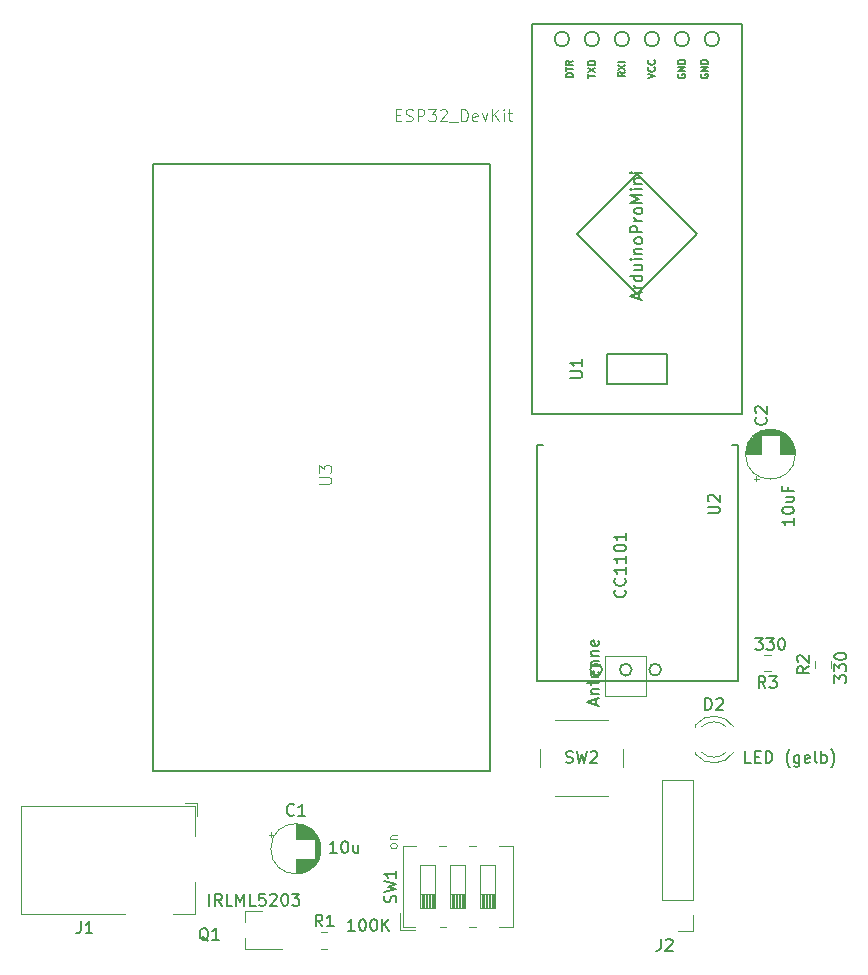
<source format=gbr>
G04 #@! TF.GenerationSoftware,KiCad,Pcbnew,(5.0.2)-1*
G04 #@! TF.CreationDate,2019-09-26T18:13:48+02:00*
G04 #@! TF.ProjectId,AskSinAnalyzer,41736b53-696e-4416-9e61-6c797a65722e,V2.0.1*
G04 #@! TF.SameCoordinates,Original*
G04 #@! TF.FileFunction,Legend,Top*
G04 #@! TF.FilePolarity,Positive*
%FSLAX46Y46*%
G04 Gerber Fmt 4.6, Leading zero omitted, Abs format (unit mm)*
G04 Created by KiCad (PCBNEW (5.0.2)-1) date 26.09.2019 18:13:48*
%MOMM*%
%LPD*%
G01*
G04 APERTURE LIST*
%ADD10C,0.127000*%
%ADD11C,0.120000*%
%ADD12C,0.150000*%
%ADD13C,0.050000*%
G04 APERTURE END LIST*
D10*
G04 #@! TO.C,U3*
X150240000Y-62740000D02*
X150240000Y-114140000D01*
X150240000Y-114140000D02*
X121740000Y-114140000D01*
X121740000Y-114140000D02*
X121740000Y-62740000D01*
X121740000Y-62740000D02*
X150240000Y-62740000D01*
D11*
G04 #@! TO.C,Antenne*
X160022000Y-107821000D02*
X160022000Y-104421000D01*
X163422000Y-107821000D02*
X160022000Y-107821000D01*
X163422000Y-104421000D02*
X163422000Y-107821000D01*
X160022000Y-104421000D02*
X163422000Y-104421000D01*
G04 #@! TO.C,C1*
X135928000Y-120752000D02*
G75*
G03X135928000Y-120752000I-2120000J0D01*
G01*
X133808000Y-121592000D02*
X133808000Y-122832000D01*
X133808000Y-118672000D02*
X133808000Y-119912000D01*
X133848000Y-121592000D02*
X133848000Y-122832000D01*
X133848000Y-118672000D02*
X133848000Y-119912000D01*
X133888000Y-121592000D02*
X133888000Y-122831000D01*
X133888000Y-118673000D02*
X133888000Y-119912000D01*
X133928000Y-118675000D02*
X133928000Y-119912000D01*
X133928000Y-121592000D02*
X133928000Y-122829000D01*
X133968000Y-118678000D02*
X133968000Y-119912000D01*
X133968000Y-121592000D02*
X133968000Y-122826000D01*
X134008000Y-118681000D02*
X134008000Y-119912000D01*
X134008000Y-121592000D02*
X134008000Y-122823000D01*
X134048000Y-118685000D02*
X134048000Y-119912000D01*
X134048000Y-121592000D02*
X134048000Y-122819000D01*
X134088000Y-118690000D02*
X134088000Y-119912000D01*
X134088000Y-121592000D02*
X134088000Y-122814000D01*
X134128000Y-118696000D02*
X134128000Y-119912000D01*
X134128000Y-121592000D02*
X134128000Y-122808000D01*
X134168000Y-118702000D02*
X134168000Y-119912000D01*
X134168000Y-121592000D02*
X134168000Y-122802000D01*
X134208000Y-118710000D02*
X134208000Y-119912000D01*
X134208000Y-121592000D02*
X134208000Y-122794000D01*
X134248000Y-118718000D02*
X134248000Y-119912000D01*
X134248000Y-121592000D02*
X134248000Y-122786000D01*
X134288000Y-118727000D02*
X134288000Y-119912000D01*
X134288000Y-121592000D02*
X134288000Y-122777000D01*
X134328000Y-118736000D02*
X134328000Y-119912000D01*
X134328000Y-121592000D02*
X134328000Y-122768000D01*
X134368000Y-118747000D02*
X134368000Y-119912000D01*
X134368000Y-121592000D02*
X134368000Y-122757000D01*
X134408000Y-118758000D02*
X134408000Y-119912000D01*
X134408000Y-121592000D02*
X134408000Y-122746000D01*
X134448000Y-118770000D02*
X134448000Y-119912000D01*
X134448000Y-121592000D02*
X134448000Y-122734000D01*
X134488000Y-118784000D02*
X134488000Y-119912000D01*
X134488000Y-121592000D02*
X134488000Y-122720000D01*
X134529000Y-118798000D02*
X134529000Y-119912000D01*
X134529000Y-121592000D02*
X134529000Y-122706000D01*
X134569000Y-118812000D02*
X134569000Y-119912000D01*
X134569000Y-121592000D02*
X134569000Y-122692000D01*
X134609000Y-118828000D02*
X134609000Y-119912000D01*
X134609000Y-121592000D02*
X134609000Y-122676000D01*
X134649000Y-118845000D02*
X134649000Y-119912000D01*
X134649000Y-121592000D02*
X134649000Y-122659000D01*
X134689000Y-118863000D02*
X134689000Y-119912000D01*
X134689000Y-121592000D02*
X134689000Y-122641000D01*
X134729000Y-118882000D02*
X134729000Y-119912000D01*
X134729000Y-121592000D02*
X134729000Y-122622000D01*
X134769000Y-118901000D02*
X134769000Y-119912000D01*
X134769000Y-121592000D02*
X134769000Y-122603000D01*
X134809000Y-118922000D02*
X134809000Y-119912000D01*
X134809000Y-121592000D02*
X134809000Y-122582000D01*
X134849000Y-118944000D02*
X134849000Y-119912000D01*
X134849000Y-121592000D02*
X134849000Y-122560000D01*
X134889000Y-118967000D02*
X134889000Y-119912000D01*
X134889000Y-121592000D02*
X134889000Y-122537000D01*
X134929000Y-118992000D02*
X134929000Y-119912000D01*
X134929000Y-121592000D02*
X134929000Y-122512000D01*
X134969000Y-119017000D02*
X134969000Y-119912000D01*
X134969000Y-121592000D02*
X134969000Y-122487000D01*
X135009000Y-119044000D02*
X135009000Y-119912000D01*
X135009000Y-121592000D02*
X135009000Y-122460000D01*
X135049000Y-119072000D02*
X135049000Y-119912000D01*
X135049000Y-121592000D02*
X135049000Y-122432000D01*
X135089000Y-119102000D02*
X135089000Y-119912000D01*
X135089000Y-121592000D02*
X135089000Y-122402000D01*
X135129000Y-119133000D02*
X135129000Y-119912000D01*
X135129000Y-121592000D02*
X135129000Y-122371000D01*
X135169000Y-119165000D02*
X135169000Y-119912000D01*
X135169000Y-121592000D02*
X135169000Y-122339000D01*
X135209000Y-119200000D02*
X135209000Y-119912000D01*
X135209000Y-121592000D02*
X135209000Y-122304000D01*
X135249000Y-119236000D02*
X135249000Y-119912000D01*
X135249000Y-121592000D02*
X135249000Y-122268000D01*
X135289000Y-119274000D02*
X135289000Y-119912000D01*
X135289000Y-121592000D02*
X135289000Y-122230000D01*
X135329000Y-119314000D02*
X135329000Y-119912000D01*
X135329000Y-121592000D02*
X135329000Y-122190000D01*
X135369000Y-119356000D02*
X135369000Y-119912000D01*
X135369000Y-121592000D02*
X135369000Y-122148000D01*
X135409000Y-119401000D02*
X135409000Y-122103000D01*
X135449000Y-119448000D02*
X135449000Y-122056000D01*
X135489000Y-119498000D02*
X135489000Y-122006000D01*
X135529000Y-119552000D02*
X135529000Y-121952000D01*
X135569000Y-119610000D02*
X135569000Y-121894000D01*
X135609000Y-119672000D02*
X135609000Y-121832000D01*
X135649000Y-119739000D02*
X135649000Y-121765000D01*
X135689000Y-119812000D02*
X135689000Y-121692000D01*
X135729000Y-119893000D02*
X135729000Y-121611000D01*
X135769000Y-119984000D02*
X135769000Y-121520000D01*
X135809000Y-120088000D02*
X135809000Y-121416000D01*
X135849000Y-120215000D02*
X135849000Y-121289000D01*
X135889000Y-120382000D02*
X135889000Y-121122000D01*
X131538199Y-119557000D02*
X131938199Y-119557000D01*
X131738199Y-119357000D02*
X131738199Y-119757000D01*
G04 #@! TO.C,C2*
X172595000Y-89407001D02*
X172995000Y-89407001D01*
X172795000Y-89607001D02*
X172795000Y-89207001D01*
X173620000Y-85256200D02*
X174360000Y-85256200D01*
X173453000Y-85296200D02*
X174527000Y-85296200D01*
X173326000Y-85336200D02*
X174654000Y-85336200D01*
X173222000Y-85376200D02*
X174758000Y-85376200D01*
X173131000Y-85416200D02*
X174849000Y-85416200D01*
X173050000Y-85456200D02*
X174930000Y-85456200D01*
X172977000Y-85496200D02*
X175003000Y-85496200D01*
X172910000Y-85536200D02*
X175070000Y-85536200D01*
X172848000Y-85576200D02*
X175132000Y-85576200D01*
X172790000Y-85616200D02*
X175190000Y-85616200D01*
X172736000Y-85656200D02*
X175244000Y-85656200D01*
X172686000Y-85696200D02*
X175294000Y-85696200D01*
X172639000Y-85736200D02*
X175341000Y-85736200D01*
X174830000Y-85776200D02*
X175386000Y-85776200D01*
X172594000Y-85776200D02*
X173150000Y-85776200D01*
X174830000Y-85816200D02*
X175428000Y-85816200D01*
X172552000Y-85816200D02*
X173150000Y-85816200D01*
X174830000Y-85856200D02*
X175468000Y-85856200D01*
X172512000Y-85856200D02*
X173150000Y-85856200D01*
X174830000Y-85896200D02*
X175506000Y-85896200D01*
X172474000Y-85896200D02*
X173150000Y-85896200D01*
X174830000Y-85936200D02*
X175542000Y-85936200D01*
X172438000Y-85936200D02*
X173150000Y-85936200D01*
X174830000Y-85976200D02*
X175577000Y-85976200D01*
X172403000Y-85976200D02*
X173150000Y-85976200D01*
X174830000Y-86016200D02*
X175609000Y-86016200D01*
X172371000Y-86016200D02*
X173150000Y-86016200D01*
X174830000Y-86056200D02*
X175640000Y-86056200D01*
X172340000Y-86056200D02*
X173150000Y-86056200D01*
X174830000Y-86096200D02*
X175670000Y-86096200D01*
X172310000Y-86096200D02*
X173150000Y-86096200D01*
X174830000Y-86136200D02*
X175698000Y-86136200D01*
X172282000Y-86136200D02*
X173150000Y-86136200D01*
X174830000Y-86176200D02*
X175725000Y-86176200D01*
X172255000Y-86176200D02*
X173150000Y-86176200D01*
X174830000Y-86216200D02*
X175750000Y-86216200D01*
X172230000Y-86216200D02*
X173150000Y-86216200D01*
X174830000Y-86256200D02*
X175775000Y-86256200D01*
X172205000Y-86256200D02*
X173150000Y-86256200D01*
X174830000Y-86296200D02*
X175798000Y-86296200D01*
X172182000Y-86296200D02*
X173150000Y-86296200D01*
X174830000Y-86336200D02*
X175820000Y-86336200D01*
X172160000Y-86336200D02*
X173150000Y-86336200D01*
X174830000Y-86376200D02*
X175841000Y-86376200D01*
X172139000Y-86376200D02*
X173150000Y-86376200D01*
X174830000Y-86416200D02*
X175860000Y-86416200D01*
X172120000Y-86416200D02*
X173150000Y-86416200D01*
X174830000Y-86456200D02*
X175879000Y-86456200D01*
X172101000Y-86456200D02*
X173150000Y-86456200D01*
X174830000Y-86496200D02*
X175897000Y-86496200D01*
X172083000Y-86496200D02*
X173150000Y-86496200D01*
X174830000Y-86536200D02*
X175914000Y-86536200D01*
X172066000Y-86536200D02*
X173150000Y-86536200D01*
X174830000Y-86576200D02*
X175930000Y-86576200D01*
X172050000Y-86576200D02*
X173150000Y-86576200D01*
X174830000Y-86616200D02*
X175944000Y-86616200D01*
X172036000Y-86616200D02*
X173150000Y-86616200D01*
X174830000Y-86657200D02*
X175958000Y-86657200D01*
X172022000Y-86657200D02*
X173150000Y-86657200D01*
X174830000Y-86697200D02*
X175972000Y-86697200D01*
X172008000Y-86697200D02*
X173150000Y-86697200D01*
X174830000Y-86737200D02*
X175984000Y-86737200D01*
X171996000Y-86737200D02*
X173150000Y-86737200D01*
X174830000Y-86777200D02*
X175995000Y-86777200D01*
X171985000Y-86777200D02*
X173150000Y-86777200D01*
X174830000Y-86817200D02*
X176006000Y-86817200D01*
X171974000Y-86817200D02*
X173150000Y-86817200D01*
X174830000Y-86857200D02*
X176015000Y-86857200D01*
X171965000Y-86857200D02*
X173150000Y-86857200D01*
X174830000Y-86897200D02*
X176024000Y-86897200D01*
X171956000Y-86897200D02*
X173150000Y-86897200D01*
X174830000Y-86937200D02*
X176032000Y-86937200D01*
X171948000Y-86937200D02*
X173150000Y-86937200D01*
X174830000Y-86977200D02*
X176040000Y-86977200D01*
X171940000Y-86977200D02*
X173150000Y-86977200D01*
X174830000Y-87017200D02*
X176046000Y-87017200D01*
X171934000Y-87017200D02*
X173150000Y-87017200D01*
X174830000Y-87057200D02*
X176052000Y-87057200D01*
X171928000Y-87057200D02*
X173150000Y-87057200D01*
X174830000Y-87097200D02*
X176057000Y-87097200D01*
X171923000Y-87097200D02*
X173150000Y-87097200D01*
X174830000Y-87137200D02*
X176061000Y-87137200D01*
X171919000Y-87137200D02*
X173150000Y-87137200D01*
X174830000Y-87177200D02*
X176064000Y-87177200D01*
X171916000Y-87177200D02*
X173150000Y-87177200D01*
X174830000Y-87217200D02*
X176067000Y-87217200D01*
X171913000Y-87217200D02*
X173150000Y-87217200D01*
X171911000Y-87257200D02*
X173150000Y-87257200D01*
X174830000Y-87257200D02*
X176069000Y-87257200D01*
X171910000Y-87297200D02*
X173150000Y-87297200D01*
X174830000Y-87297200D02*
X176070000Y-87297200D01*
X171910000Y-87337200D02*
X173150000Y-87337200D01*
X174830000Y-87337200D02*
X176070000Y-87337200D01*
X176110000Y-87337200D02*
G75*
G03X176110000Y-87337200I-2120000J0D01*
G01*
G04 #@! TO.C,D2*
X167642000Y-112586000D02*
X167642000Y-112742000D01*
X167642000Y-110270000D02*
X167642000Y-110426000D01*
X170243130Y-112585837D02*
G75*
G02X168161039Y-112586000I-1041130J1079837D01*
G01*
X170243130Y-110426163D02*
G75*
G03X168161039Y-110426000I-1041130J-1079837D01*
G01*
X170874335Y-112584608D02*
G75*
G02X167642000Y-112741516I-1672335J1078608D01*
G01*
X170874335Y-110427392D02*
G75*
G03X167642000Y-110270484I-1672335J-1078608D01*
G01*
G04 #@! TO.C,J1*
X125471000Y-117954000D02*
X125471000Y-116904000D01*
X124421000Y-116904000D02*
X125471000Y-116904000D01*
X119371000Y-126304000D02*
X110571000Y-126304000D01*
X110571000Y-126304000D02*
X110571000Y-117104000D01*
X125271000Y-123604000D02*
X125271000Y-126304000D01*
X125271000Y-126304000D02*
X123371000Y-126304000D01*
X110571000Y-117104000D02*
X125271000Y-117104000D01*
X125271000Y-117104000D02*
X125271000Y-119704000D01*
G04 #@! TO.C,Q1*
X129517000Y-126042000D02*
X129517000Y-126972000D01*
X129517000Y-129202000D02*
X129517000Y-128272000D01*
X129517000Y-129202000D02*
X132677000Y-129202000D01*
X129517000Y-126042000D02*
X130977000Y-126042000D01*
G04 #@! TO.C,R1*
X135958748Y-127814000D02*
X136481252Y-127814000D01*
X135958748Y-129234000D02*
X136481252Y-129234000D01*
G04 #@! TO.C,R2*
X177725000Y-104894748D02*
X177725000Y-105417252D01*
X179145000Y-104894748D02*
X179145000Y-105417252D01*
G04 #@! TO.C,R3*
X173997252Y-105739000D02*
X173474748Y-105739000D01*
X173997252Y-104319000D02*
X173474748Y-104319000D01*
G04 #@! TO.C,SW1*
X142860000Y-127362000D02*
X142860000Y-120541000D01*
X152160000Y-127362000D02*
X152160000Y-120541000D01*
X142860000Y-127362000D02*
X143930000Y-127362000D01*
X146010000Y-127362000D02*
X146521000Y-127362000D01*
X148500000Y-127362000D02*
X149061000Y-127362000D01*
X151040000Y-127362000D02*
X152160000Y-127362000D01*
X151040000Y-120541000D02*
X152160000Y-120541000D01*
X148500000Y-120541000D02*
X149061000Y-120541000D01*
X142860000Y-120541000D02*
X143980000Y-120541000D01*
X145960000Y-120541000D02*
X146521000Y-120541000D01*
X142620000Y-127602000D02*
X142620000Y-126219000D01*
X142620000Y-127602000D02*
X143930000Y-127602000D01*
X144335000Y-125762000D02*
X145605000Y-125762000D01*
X145605000Y-125762000D02*
X145605000Y-122142000D01*
X145605000Y-122142000D02*
X144335000Y-122142000D01*
X144335000Y-122142000D02*
X144335000Y-125762000D01*
X144455000Y-125762000D02*
X144455000Y-124555333D01*
X144575000Y-125762000D02*
X144575000Y-124555333D01*
X144695000Y-125762000D02*
X144695000Y-124555333D01*
X144815000Y-125762000D02*
X144815000Y-124555333D01*
X144935000Y-125762000D02*
X144935000Y-124555333D01*
X145055000Y-125762000D02*
X145055000Y-124555333D01*
X145175000Y-125762000D02*
X145175000Y-124555333D01*
X145295000Y-125762000D02*
X145295000Y-124555333D01*
X145415000Y-125762000D02*
X145415000Y-124555333D01*
X145535000Y-125762000D02*
X145535000Y-124555333D01*
X144335000Y-124555333D02*
X145605000Y-124555333D01*
X146875000Y-125762000D02*
X148145000Y-125762000D01*
X148145000Y-125762000D02*
X148145000Y-122142000D01*
X148145000Y-122142000D02*
X146875000Y-122142000D01*
X146875000Y-122142000D02*
X146875000Y-125762000D01*
X146995000Y-125762000D02*
X146995000Y-124555333D01*
X147115000Y-125762000D02*
X147115000Y-124555333D01*
X147235000Y-125762000D02*
X147235000Y-124555333D01*
X147355000Y-125762000D02*
X147355000Y-124555333D01*
X147475000Y-125762000D02*
X147475000Y-124555333D01*
X147595000Y-125762000D02*
X147595000Y-124555333D01*
X147715000Y-125762000D02*
X147715000Y-124555333D01*
X147835000Y-125762000D02*
X147835000Y-124555333D01*
X147955000Y-125762000D02*
X147955000Y-124555333D01*
X148075000Y-125762000D02*
X148075000Y-124555333D01*
X146875000Y-124555333D02*
X148145000Y-124555333D01*
X149415000Y-125762000D02*
X150685000Y-125762000D01*
X150685000Y-125762000D02*
X150685000Y-122142000D01*
X150685000Y-122142000D02*
X149415000Y-122142000D01*
X149415000Y-122142000D02*
X149415000Y-125762000D01*
X149535000Y-125762000D02*
X149535000Y-124555333D01*
X149655000Y-125762000D02*
X149655000Y-124555333D01*
X149775000Y-125762000D02*
X149775000Y-124555333D01*
X149895000Y-125762000D02*
X149895000Y-124555333D01*
X150015000Y-125762000D02*
X150015000Y-124555333D01*
X150135000Y-125762000D02*
X150135000Y-124555333D01*
X150255000Y-125762000D02*
X150255000Y-124555333D01*
X150375000Y-125762000D02*
X150375000Y-124555333D01*
X150495000Y-125762000D02*
X150495000Y-124555333D01*
X150615000Y-125762000D02*
X150615000Y-124555333D01*
X149415000Y-124555333D02*
X150685000Y-124555333D01*
G04 #@! TO.C,SW2*
X155762000Y-116320000D02*
X160262000Y-116320000D01*
X154512000Y-112320000D02*
X154512000Y-113820000D01*
X160262000Y-109820000D02*
X155762000Y-109820000D01*
X161512000Y-113820000D02*
X161512000Y-112320000D01*
D12*
G04 #@! TO.C,U1*
X169672000Y-52197000D02*
G75*
G03X169672000Y-52197000I-635000J0D01*
G01*
X167132000Y-52197000D02*
G75*
G03X167132000Y-52197000I-635000J0D01*
G01*
X164592000Y-52197000D02*
G75*
G03X164592000Y-52197000I-635000J0D01*
G01*
X162052000Y-52197000D02*
G75*
G03X162052000Y-52197000I-635000J0D01*
G01*
X159512000Y-52197000D02*
G75*
G03X159512000Y-52197000I-635000J0D01*
G01*
X156972000Y-52197000D02*
G75*
G03X156972000Y-52197000I-635000J0D01*
G01*
X160147000Y-81407000D02*
X165227000Y-81407000D01*
X165227000Y-81407000D02*
X165227000Y-78867000D01*
X165227000Y-78867000D02*
X160147000Y-78867000D01*
X160147000Y-78867000D02*
X160147000Y-81407000D01*
X167767000Y-68707000D02*
X162687000Y-63627000D01*
X162687000Y-63627000D02*
X157607000Y-68707000D01*
X157607000Y-68707000D02*
X162687000Y-73787000D01*
X162687000Y-73787000D02*
X167767000Y-68707000D01*
X171577000Y-83947000D02*
X171577000Y-50927000D01*
X171577000Y-50927000D02*
X153797000Y-50927000D01*
X153797000Y-50927000D02*
X153797000Y-83947000D01*
X153797000Y-83947000D02*
X171577000Y-83947000D01*
G04 #@! TO.C,U2*
X154234000Y-86590000D02*
X154734000Y-86590000D01*
X171234000Y-86590000D02*
X170734000Y-86590000D01*
X159734000Y-105590000D02*
G75*
G03X159734000Y-105590000I-500000J0D01*
G01*
X164734000Y-105590000D02*
G75*
G03X164734000Y-105590000I-500000J0D01*
G01*
X162234000Y-105590000D02*
G75*
G03X162234000Y-105590000I-500000J0D01*
G01*
X171234000Y-86590000D02*
X171234000Y-106590000D01*
X171234000Y-106590000D02*
X154234000Y-106590000D01*
X154234000Y-106590000D02*
X154234000Y-86590000D01*
D11*
G04 #@! TO.C,J2*
X167467000Y-114909000D02*
X164807000Y-114909000D01*
X167467000Y-125129000D02*
X167467000Y-114909000D01*
X164807000Y-125129000D02*
X164807000Y-114909000D01*
X167467000Y-125129000D02*
X164807000Y-125129000D01*
X167467000Y-126399000D02*
X167467000Y-127729000D01*
X167467000Y-127729000D02*
X166137000Y-127729000D01*
G04 #@! TO.C,U3*
D13*
X135792167Y-89852201D02*
X136602006Y-89852201D01*
X136697282Y-89804564D01*
X136744919Y-89756926D01*
X136792557Y-89661651D01*
X136792557Y-89471100D01*
X136744919Y-89375825D01*
X136697282Y-89328188D01*
X136602006Y-89280550D01*
X135792167Y-89280550D01*
X135792167Y-88899449D02*
X135792167Y-88280160D01*
X136173268Y-88613623D01*
X136173268Y-88470710D01*
X136220905Y-88375435D01*
X136268543Y-88327798D01*
X136363818Y-88280160D01*
X136602006Y-88280160D01*
X136697282Y-88327798D01*
X136744919Y-88375435D01*
X136792557Y-88470710D01*
X136792557Y-88756536D01*
X136744919Y-88851811D01*
X136697282Y-88899449D01*
X142264057Y-58623996D02*
X142597740Y-58623996D01*
X142740747Y-59148355D02*
X142264057Y-59148355D01*
X142264057Y-58147305D01*
X142740747Y-58147305D01*
X143122100Y-59100686D02*
X143265107Y-59148355D01*
X143503452Y-59148355D01*
X143598790Y-59100686D01*
X143646459Y-59053017D01*
X143694128Y-58957679D01*
X143694128Y-58862341D01*
X143646459Y-58767003D01*
X143598790Y-58719334D01*
X143503452Y-58671665D01*
X143312776Y-58623996D01*
X143217438Y-58576327D01*
X143169769Y-58528658D01*
X143122100Y-58433320D01*
X143122100Y-58337982D01*
X143169769Y-58242644D01*
X143217438Y-58194975D01*
X143312776Y-58147305D01*
X143551121Y-58147305D01*
X143694128Y-58194975D01*
X144123150Y-59148355D02*
X144123150Y-58147305D01*
X144504502Y-58147305D01*
X144599840Y-58194975D01*
X144647509Y-58242644D01*
X144695178Y-58337982D01*
X144695178Y-58480989D01*
X144647509Y-58576327D01*
X144599840Y-58623996D01*
X144504502Y-58671665D01*
X144123150Y-58671665D01*
X145028861Y-58147305D02*
X145648559Y-58147305D01*
X145314876Y-58528658D01*
X145457883Y-58528658D01*
X145553221Y-58576327D01*
X145600890Y-58623996D01*
X145648559Y-58719334D01*
X145648559Y-58957679D01*
X145600890Y-59053017D01*
X145553221Y-59100686D01*
X145457883Y-59148355D01*
X145171869Y-59148355D01*
X145076530Y-59100686D01*
X145028861Y-59053017D01*
X146029911Y-58242644D02*
X146077580Y-58194975D01*
X146172919Y-58147305D01*
X146411264Y-58147305D01*
X146506602Y-58194975D01*
X146554271Y-58242644D01*
X146601940Y-58337982D01*
X146601940Y-58433320D01*
X146554271Y-58576327D01*
X145982242Y-59148355D01*
X146601940Y-59148355D01*
X146792616Y-59243694D02*
X147555321Y-59243694D01*
X147793666Y-59148355D02*
X147793666Y-58147305D01*
X148032011Y-58147305D01*
X148175019Y-58194975D01*
X148270357Y-58290313D01*
X148318026Y-58385651D01*
X148365695Y-58576327D01*
X148365695Y-58719334D01*
X148318026Y-58910010D01*
X148270357Y-59005348D01*
X148175019Y-59100686D01*
X148032011Y-59148355D01*
X147793666Y-59148355D01*
X149176069Y-59100686D02*
X149080730Y-59148355D01*
X148890054Y-59148355D01*
X148794716Y-59100686D01*
X148747047Y-59005348D01*
X148747047Y-58623996D01*
X148794716Y-58528658D01*
X148890054Y-58480989D01*
X149080730Y-58480989D01*
X149176069Y-58528658D01*
X149223738Y-58623996D01*
X149223738Y-58719334D01*
X148747047Y-58814672D01*
X149557421Y-58480989D02*
X149795766Y-59148355D01*
X150034111Y-58480989D01*
X150415464Y-59148355D02*
X150415464Y-58147305D01*
X150987492Y-59148355D02*
X150558471Y-58576327D01*
X150987492Y-58147305D02*
X150415464Y-58719334D01*
X151416514Y-59148355D02*
X151416514Y-58480989D01*
X151416514Y-58147305D02*
X151368845Y-58194975D01*
X151416514Y-58242644D01*
X151464183Y-58194975D01*
X151416514Y-58147305D01*
X151416514Y-58242644D01*
X151750197Y-58480989D02*
X152131550Y-58480989D01*
X151893204Y-58147305D02*
X151893204Y-59005348D01*
X151940873Y-59100686D01*
X152036211Y-59148355D01*
X152131550Y-59148355D01*
G04 #@! TO.C,Antenne*
D12*
X159183566Y-108554295D02*
X159183566Y-108078104D01*
X159469280Y-108649533D02*
X158469280Y-108316200D01*
X159469280Y-107982866D01*
X158802614Y-107649533D02*
X159469280Y-107649533D01*
X158897852Y-107649533D02*
X158850233Y-107601914D01*
X158802614Y-107506676D01*
X158802614Y-107363819D01*
X158850233Y-107268580D01*
X158945471Y-107220961D01*
X159469280Y-107220961D01*
X158802614Y-106887628D02*
X158802614Y-106506676D01*
X158469280Y-106744771D02*
X159326423Y-106744771D01*
X159421661Y-106697152D01*
X159469280Y-106601914D01*
X159469280Y-106506676D01*
X159421661Y-105792390D02*
X159469280Y-105887628D01*
X159469280Y-106078104D01*
X159421661Y-106173342D01*
X159326423Y-106220961D01*
X158945471Y-106220961D01*
X158850233Y-106173342D01*
X158802614Y-106078104D01*
X158802614Y-105887628D01*
X158850233Y-105792390D01*
X158945471Y-105744771D01*
X159040709Y-105744771D01*
X159135947Y-106220961D01*
X158802614Y-105316200D02*
X159469280Y-105316200D01*
X158897852Y-105316200D02*
X158850233Y-105268580D01*
X158802614Y-105173342D01*
X158802614Y-105030485D01*
X158850233Y-104935247D01*
X158945471Y-104887628D01*
X159469280Y-104887628D01*
X158802614Y-104411438D02*
X159469280Y-104411438D01*
X158897852Y-104411438D02*
X158850233Y-104363819D01*
X158802614Y-104268580D01*
X158802614Y-104125723D01*
X158850233Y-104030485D01*
X158945471Y-103982866D01*
X159469280Y-103982866D01*
X159421661Y-103125723D02*
X159469280Y-103220961D01*
X159469280Y-103411438D01*
X159421661Y-103506676D01*
X159326423Y-103554295D01*
X158945471Y-103554295D01*
X158850233Y-103506676D01*
X158802614Y-103411438D01*
X158802614Y-103220961D01*
X158850233Y-103125723D01*
X158945471Y-103078104D01*
X159040709Y-103078104D01*
X159135947Y-103554295D01*
G04 #@! TO.C,C1*
X133641333Y-117859142D02*
X133593714Y-117906761D01*
X133450857Y-117954380D01*
X133355619Y-117954380D01*
X133212761Y-117906761D01*
X133117523Y-117811523D01*
X133069904Y-117716285D01*
X133022285Y-117525809D01*
X133022285Y-117382952D01*
X133069904Y-117192476D01*
X133117523Y-117097238D01*
X133212761Y-117002000D01*
X133355619Y-116954380D01*
X133450857Y-116954380D01*
X133593714Y-117002000D01*
X133641333Y-117049619D01*
X134593714Y-117954380D02*
X134022285Y-117954380D01*
X134308000Y-117954380D02*
X134308000Y-116954380D01*
X134212761Y-117097238D01*
X134117523Y-117192476D01*
X134022285Y-117240095D01*
X137279142Y-121102380D02*
X136707714Y-121102380D01*
X136993428Y-121102380D02*
X136993428Y-120102380D01*
X136898190Y-120245238D01*
X136802952Y-120340476D01*
X136707714Y-120388095D01*
X137898190Y-120102380D02*
X137993428Y-120102380D01*
X138088666Y-120150000D01*
X138136285Y-120197619D01*
X138183904Y-120292857D01*
X138231523Y-120483333D01*
X138231523Y-120721428D01*
X138183904Y-120911904D01*
X138136285Y-121007142D01*
X138088666Y-121054761D01*
X137993428Y-121102380D01*
X137898190Y-121102380D01*
X137802952Y-121054761D01*
X137755333Y-121007142D01*
X137707714Y-120911904D01*
X137660095Y-120721428D01*
X137660095Y-120483333D01*
X137707714Y-120292857D01*
X137755333Y-120197619D01*
X137802952Y-120150000D01*
X137898190Y-120102380D01*
X139088666Y-120435714D02*
X139088666Y-121102380D01*
X138660095Y-120435714D02*
X138660095Y-120959523D01*
X138707714Y-121054761D01*
X138802952Y-121102380D01*
X138945809Y-121102380D01*
X139041047Y-121054761D01*
X139088666Y-121007142D01*
G04 #@! TO.C,C2*
X173585142Y-84240666D02*
X173632761Y-84288285D01*
X173680380Y-84431142D01*
X173680380Y-84526380D01*
X173632761Y-84669238D01*
X173537523Y-84764476D01*
X173442285Y-84812095D01*
X173251809Y-84859714D01*
X173108952Y-84859714D01*
X172918476Y-84812095D01*
X172823238Y-84764476D01*
X172728000Y-84669238D01*
X172680380Y-84526380D01*
X172680380Y-84431142D01*
X172728000Y-84288285D01*
X172775619Y-84240666D01*
X172775619Y-83859714D02*
X172728000Y-83812095D01*
X172680380Y-83716857D01*
X172680380Y-83478761D01*
X172728000Y-83383523D01*
X172775619Y-83335904D01*
X172870857Y-83288285D01*
X172966095Y-83288285D01*
X173108952Y-83335904D01*
X173680380Y-83907333D01*
X173680380Y-83288285D01*
X175966380Y-92765428D02*
X175966380Y-93336857D01*
X175966380Y-93051142D02*
X174966380Y-93051142D01*
X175109238Y-93146380D01*
X175204476Y-93241619D01*
X175252095Y-93336857D01*
X174966380Y-92146380D02*
X174966380Y-92051142D01*
X175014000Y-91955904D01*
X175061619Y-91908285D01*
X175156857Y-91860666D01*
X175347333Y-91813047D01*
X175585428Y-91813047D01*
X175775904Y-91860666D01*
X175871142Y-91908285D01*
X175918761Y-91955904D01*
X175966380Y-92051142D01*
X175966380Y-92146380D01*
X175918761Y-92241619D01*
X175871142Y-92289238D01*
X175775904Y-92336857D01*
X175585428Y-92384476D01*
X175347333Y-92384476D01*
X175156857Y-92336857D01*
X175061619Y-92289238D01*
X175014000Y-92241619D01*
X174966380Y-92146380D01*
X175299714Y-90955904D02*
X175966380Y-90955904D01*
X175299714Y-91384476D02*
X175823523Y-91384476D01*
X175918761Y-91336857D01*
X175966380Y-91241619D01*
X175966380Y-91098761D01*
X175918761Y-91003523D01*
X175871142Y-90955904D01*
X175442571Y-90146380D02*
X175442571Y-90479714D01*
X175966380Y-90479714D02*
X174966380Y-90479714D01*
X174966380Y-90003523D01*
G04 #@! TO.C,D2*
X168463904Y-108998380D02*
X168463904Y-107998380D01*
X168702000Y-107998380D01*
X168844857Y-108046000D01*
X168940095Y-108141238D01*
X168987714Y-108236476D01*
X169035333Y-108426952D01*
X169035333Y-108569809D01*
X168987714Y-108760285D01*
X168940095Y-108855523D01*
X168844857Y-108950761D01*
X168702000Y-108998380D01*
X168463904Y-108998380D01*
X169416285Y-108093619D02*
X169463904Y-108046000D01*
X169559142Y-107998380D01*
X169797238Y-107998380D01*
X169892476Y-108046000D01*
X169940095Y-108093619D01*
X169987714Y-108188857D01*
X169987714Y-108284095D01*
X169940095Y-108426952D01*
X169368666Y-108998380D01*
X169987714Y-108998380D01*
X172355285Y-113482380D02*
X171879095Y-113482380D01*
X171879095Y-112482380D01*
X172688619Y-112958571D02*
X173021952Y-112958571D01*
X173164809Y-113482380D02*
X172688619Y-113482380D01*
X172688619Y-112482380D01*
X173164809Y-112482380D01*
X173593380Y-113482380D02*
X173593380Y-112482380D01*
X173831476Y-112482380D01*
X173974333Y-112530000D01*
X174069571Y-112625238D01*
X174117190Y-112720476D01*
X174164809Y-112910952D01*
X174164809Y-113053809D01*
X174117190Y-113244285D01*
X174069571Y-113339523D01*
X173974333Y-113434761D01*
X173831476Y-113482380D01*
X173593380Y-113482380D01*
X175641000Y-113863333D02*
X175593380Y-113815714D01*
X175498142Y-113672857D01*
X175450523Y-113577619D01*
X175402904Y-113434761D01*
X175355285Y-113196666D01*
X175355285Y-113006190D01*
X175402904Y-112768095D01*
X175450523Y-112625238D01*
X175498142Y-112530000D01*
X175593380Y-112387142D01*
X175641000Y-112339523D01*
X176450523Y-112815714D02*
X176450523Y-113625238D01*
X176402904Y-113720476D01*
X176355285Y-113768095D01*
X176260047Y-113815714D01*
X176117190Y-113815714D01*
X176021952Y-113768095D01*
X176450523Y-113434761D02*
X176355285Y-113482380D01*
X176164809Y-113482380D01*
X176069571Y-113434761D01*
X176021952Y-113387142D01*
X175974333Y-113291904D01*
X175974333Y-113006190D01*
X176021952Y-112910952D01*
X176069571Y-112863333D01*
X176164809Y-112815714D01*
X176355285Y-112815714D01*
X176450523Y-112863333D01*
X177307666Y-113434761D02*
X177212428Y-113482380D01*
X177021952Y-113482380D01*
X176926714Y-113434761D01*
X176879095Y-113339523D01*
X176879095Y-112958571D01*
X176926714Y-112863333D01*
X177021952Y-112815714D01*
X177212428Y-112815714D01*
X177307666Y-112863333D01*
X177355285Y-112958571D01*
X177355285Y-113053809D01*
X176879095Y-113149047D01*
X177926714Y-113482380D02*
X177831476Y-113434761D01*
X177783857Y-113339523D01*
X177783857Y-112482380D01*
X178307666Y-113482380D02*
X178307666Y-112482380D01*
X178307666Y-112863333D02*
X178402904Y-112815714D01*
X178593380Y-112815714D01*
X178688619Y-112863333D01*
X178736238Y-112910952D01*
X178783857Y-113006190D01*
X178783857Y-113291904D01*
X178736238Y-113387142D01*
X178688619Y-113434761D01*
X178593380Y-113482380D01*
X178402904Y-113482380D01*
X178307666Y-113434761D01*
X179117190Y-113863333D02*
X179164809Y-113815714D01*
X179260047Y-113672857D01*
X179307666Y-113577619D01*
X179355285Y-113434761D01*
X179402904Y-113196666D01*
X179402904Y-113006190D01*
X179355285Y-112768095D01*
X179307666Y-112625238D01*
X179260047Y-112530000D01*
X179164809Y-112387142D01*
X179117190Y-112339523D01*
G04 #@! TO.C,J1*
X115587666Y-126906380D02*
X115587666Y-127620666D01*
X115540047Y-127763523D01*
X115444809Y-127858761D01*
X115301952Y-127906380D01*
X115206714Y-127906380D01*
X116587666Y-127906380D02*
X116016238Y-127906380D01*
X116301952Y-127906380D02*
X116301952Y-126906380D01*
X116206714Y-127049238D01*
X116111476Y-127144476D01*
X116016238Y-127192095D01*
G04 #@! TO.C,Q1*
X126396761Y-128563619D02*
X126301523Y-128516000D01*
X126206285Y-128420761D01*
X126063428Y-128277904D01*
X125968190Y-128230285D01*
X125872952Y-128230285D01*
X125920571Y-128468380D02*
X125825333Y-128420761D01*
X125730095Y-128325523D01*
X125682476Y-128135047D01*
X125682476Y-127801714D01*
X125730095Y-127611238D01*
X125825333Y-127516000D01*
X125920571Y-127468380D01*
X126111047Y-127468380D01*
X126206285Y-127516000D01*
X126301523Y-127611238D01*
X126349142Y-127801714D01*
X126349142Y-128135047D01*
X126301523Y-128325523D01*
X126206285Y-128420761D01*
X126111047Y-128468380D01*
X125920571Y-128468380D01*
X127301523Y-128468380D02*
X126730095Y-128468380D01*
X127015809Y-128468380D02*
X127015809Y-127468380D01*
X126920571Y-127611238D01*
X126825333Y-127706476D01*
X126730095Y-127754095D01*
X126491285Y-125574380D02*
X126491285Y-124574380D01*
X127538904Y-125574380D02*
X127205571Y-125098190D01*
X126967476Y-125574380D02*
X126967476Y-124574380D01*
X127348428Y-124574380D01*
X127443666Y-124622000D01*
X127491285Y-124669619D01*
X127538904Y-124764857D01*
X127538904Y-124907714D01*
X127491285Y-125002952D01*
X127443666Y-125050571D01*
X127348428Y-125098190D01*
X126967476Y-125098190D01*
X128443666Y-125574380D02*
X127967476Y-125574380D01*
X127967476Y-124574380D01*
X128777000Y-125574380D02*
X128777000Y-124574380D01*
X129110333Y-125288666D01*
X129443666Y-124574380D01*
X129443666Y-125574380D01*
X130396047Y-125574380D02*
X129919857Y-125574380D01*
X129919857Y-124574380D01*
X131205571Y-124574380D02*
X130729380Y-124574380D01*
X130681761Y-125050571D01*
X130729380Y-125002952D01*
X130824619Y-124955333D01*
X131062714Y-124955333D01*
X131157952Y-125002952D01*
X131205571Y-125050571D01*
X131253190Y-125145809D01*
X131253190Y-125383904D01*
X131205571Y-125479142D01*
X131157952Y-125526761D01*
X131062714Y-125574380D01*
X130824619Y-125574380D01*
X130729380Y-125526761D01*
X130681761Y-125479142D01*
X131634142Y-124669619D02*
X131681761Y-124622000D01*
X131777000Y-124574380D01*
X132015095Y-124574380D01*
X132110333Y-124622000D01*
X132157952Y-124669619D01*
X132205571Y-124764857D01*
X132205571Y-124860095D01*
X132157952Y-125002952D01*
X131586523Y-125574380D01*
X132205571Y-125574380D01*
X132824619Y-124574380D02*
X132919857Y-124574380D01*
X133015095Y-124622000D01*
X133062714Y-124669619D01*
X133110333Y-124764857D01*
X133157952Y-124955333D01*
X133157952Y-125193428D01*
X133110333Y-125383904D01*
X133062714Y-125479142D01*
X133015095Y-125526761D01*
X132919857Y-125574380D01*
X132824619Y-125574380D01*
X132729380Y-125526761D01*
X132681761Y-125479142D01*
X132634142Y-125383904D01*
X132586523Y-125193428D01*
X132586523Y-124955333D01*
X132634142Y-124764857D01*
X132681761Y-124669619D01*
X132729380Y-124622000D01*
X132824619Y-124574380D01*
X133491285Y-124574380D02*
X134110333Y-124574380D01*
X133777000Y-124955333D01*
X133919857Y-124955333D01*
X134015095Y-125002952D01*
X134062714Y-125050571D01*
X134110333Y-125145809D01*
X134110333Y-125383904D01*
X134062714Y-125479142D01*
X134015095Y-125526761D01*
X133919857Y-125574380D01*
X133634142Y-125574380D01*
X133538904Y-125526761D01*
X133491285Y-125479142D01*
G04 #@! TO.C,R1*
X136053333Y-127326380D02*
X135720000Y-126850190D01*
X135481904Y-127326380D02*
X135481904Y-126326380D01*
X135862857Y-126326380D01*
X135958095Y-126374000D01*
X136005714Y-126421619D01*
X136053333Y-126516857D01*
X136053333Y-126659714D01*
X136005714Y-126754952D01*
X135958095Y-126802571D01*
X135862857Y-126850190D01*
X135481904Y-126850190D01*
X137005714Y-127326380D02*
X136434285Y-127326380D01*
X136720000Y-127326380D02*
X136720000Y-126326380D01*
X136624761Y-126469238D01*
X136529523Y-126564476D01*
X136434285Y-126612095D01*
X138787333Y-127706380D02*
X138215904Y-127706380D01*
X138501619Y-127706380D02*
X138501619Y-126706380D01*
X138406380Y-126849238D01*
X138311142Y-126944476D01*
X138215904Y-126992095D01*
X139406380Y-126706380D02*
X139501619Y-126706380D01*
X139596857Y-126754000D01*
X139644476Y-126801619D01*
X139692095Y-126896857D01*
X139739714Y-127087333D01*
X139739714Y-127325428D01*
X139692095Y-127515904D01*
X139644476Y-127611142D01*
X139596857Y-127658761D01*
X139501619Y-127706380D01*
X139406380Y-127706380D01*
X139311142Y-127658761D01*
X139263523Y-127611142D01*
X139215904Y-127515904D01*
X139168285Y-127325428D01*
X139168285Y-127087333D01*
X139215904Y-126896857D01*
X139263523Y-126801619D01*
X139311142Y-126754000D01*
X139406380Y-126706380D01*
X140358761Y-126706380D02*
X140454000Y-126706380D01*
X140549238Y-126754000D01*
X140596857Y-126801619D01*
X140644476Y-126896857D01*
X140692095Y-127087333D01*
X140692095Y-127325428D01*
X140644476Y-127515904D01*
X140596857Y-127611142D01*
X140549238Y-127658761D01*
X140454000Y-127706380D01*
X140358761Y-127706380D01*
X140263523Y-127658761D01*
X140215904Y-127611142D01*
X140168285Y-127515904D01*
X140120666Y-127325428D01*
X140120666Y-127087333D01*
X140168285Y-126896857D01*
X140215904Y-126801619D01*
X140263523Y-126754000D01*
X140358761Y-126706380D01*
X141120666Y-127706380D02*
X141120666Y-126706380D01*
X141692095Y-127706380D02*
X141263523Y-127134952D01*
X141692095Y-126706380D02*
X141120666Y-127277809D01*
G04 #@! TO.C,R2*
X177236380Y-105322666D02*
X176760190Y-105656000D01*
X177236380Y-105894095D02*
X176236380Y-105894095D01*
X176236380Y-105513142D01*
X176284000Y-105417904D01*
X176331619Y-105370285D01*
X176426857Y-105322666D01*
X176569714Y-105322666D01*
X176664952Y-105370285D01*
X176712571Y-105417904D01*
X176760190Y-105513142D01*
X176760190Y-105894095D01*
X176331619Y-104941714D02*
X176284000Y-104894095D01*
X176236380Y-104798857D01*
X176236380Y-104560761D01*
X176284000Y-104465523D01*
X176331619Y-104417904D01*
X176426857Y-104370285D01*
X176522095Y-104370285D01*
X176664952Y-104417904D01*
X177236380Y-104989333D01*
X177236380Y-104370285D01*
X179411380Y-106695714D02*
X179411380Y-106076666D01*
X179792333Y-106410000D01*
X179792333Y-106267142D01*
X179839952Y-106171904D01*
X179887571Y-106124285D01*
X179982809Y-106076666D01*
X180220904Y-106076666D01*
X180316142Y-106124285D01*
X180363761Y-106171904D01*
X180411380Y-106267142D01*
X180411380Y-106552857D01*
X180363761Y-106648095D01*
X180316142Y-106695714D01*
X179411380Y-105743333D02*
X179411380Y-105124285D01*
X179792333Y-105457619D01*
X179792333Y-105314761D01*
X179839952Y-105219523D01*
X179887571Y-105171904D01*
X179982809Y-105124285D01*
X180220904Y-105124285D01*
X180316142Y-105171904D01*
X180363761Y-105219523D01*
X180411380Y-105314761D01*
X180411380Y-105600476D01*
X180363761Y-105695714D01*
X180316142Y-105743333D01*
X179411380Y-104505238D02*
X179411380Y-104410000D01*
X179459000Y-104314761D01*
X179506619Y-104267142D01*
X179601857Y-104219523D01*
X179792333Y-104171904D01*
X180030428Y-104171904D01*
X180220904Y-104219523D01*
X180316142Y-104267142D01*
X180363761Y-104314761D01*
X180411380Y-104410000D01*
X180411380Y-104505238D01*
X180363761Y-104600476D01*
X180316142Y-104648095D01*
X180220904Y-104695714D01*
X180030428Y-104743333D01*
X179792333Y-104743333D01*
X179601857Y-104695714D01*
X179506619Y-104648095D01*
X179459000Y-104600476D01*
X179411380Y-104505238D01*
G04 #@! TO.C,R3*
X173569333Y-107131380D02*
X173236000Y-106655190D01*
X172997904Y-107131380D02*
X172997904Y-106131380D01*
X173378857Y-106131380D01*
X173474095Y-106179000D01*
X173521714Y-106226619D01*
X173569333Y-106321857D01*
X173569333Y-106464714D01*
X173521714Y-106559952D01*
X173474095Y-106607571D01*
X173378857Y-106655190D01*
X172997904Y-106655190D01*
X173902666Y-106131380D02*
X174521714Y-106131380D01*
X174188380Y-106512333D01*
X174331238Y-106512333D01*
X174426476Y-106559952D01*
X174474095Y-106607571D01*
X174521714Y-106702809D01*
X174521714Y-106940904D01*
X174474095Y-107036142D01*
X174426476Y-107083761D01*
X174331238Y-107131380D01*
X174045523Y-107131380D01*
X173950285Y-107083761D01*
X173902666Y-107036142D01*
X172704285Y-102906380D02*
X173323333Y-102906380D01*
X172990000Y-103287333D01*
X173132857Y-103287333D01*
X173228095Y-103334952D01*
X173275714Y-103382571D01*
X173323333Y-103477809D01*
X173323333Y-103715904D01*
X173275714Y-103811142D01*
X173228095Y-103858761D01*
X173132857Y-103906380D01*
X172847142Y-103906380D01*
X172751904Y-103858761D01*
X172704285Y-103811142D01*
X173656666Y-102906380D02*
X174275714Y-102906380D01*
X173942380Y-103287333D01*
X174085238Y-103287333D01*
X174180476Y-103334952D01*
X174228095Y-103382571D01*
X174275714Y-103477809D01*
X174275714Y-103715904D01*
X174228095Y-103811142D01*
X174180476Y-103858761D01*
X174085238Y-103906380D01*
X173799523Y-103906380D01*
X173704285Y-103858761D01*
X173656666Y-103811142D01*
X174894761Y-102906380D02*
X174990000Y-102906380D01*
X175085238Y-102954000D01*
X175132857Y-103001619D01*
X175180476Y-103096857D01*
X175228095Y-103287333D01*
X175228095Y-103525428D01*
X175180476Y-103715904D01*
X175132857Y-103811142D01*
X175085238Y-103858761D01*
X174990000Y-103906380D01*
X174894761Y-103906380D01*
X174799523Y-103858761D01*
X174751904Y-103811142D01*
X174704285Y-103715904D01*
X174656666Y-103525428D01*
X174656666Y-103287333D01*
X174704285Y-103096857D01*
X174751904Y-103001619D01*
X174799523Y-102954000D01*
X174894761Y-102906380D01*
G04 #@! TO.C,SW1*
X142264761Y-125285333D02*
X142312380Y-125142476D01*
X142312380Y-124904380D01*
X142264761Y-124809142D01*
X142217142Y-124761523D01*
X142121904Y-124713904D01*
X142026666Y-124713904D01*
X141931428Y-124761523D01*
X141883809Y-124809142D01*
X141836190Y-124904380D01*
X141788571Y-125094857D01*
X141740952Y-125190095D01*
X141693333Y-125237714D01*
X141598095Y-125285333D01*
X141502857Y-125285333D01*
X141407619Y-125237714D01*
X141360000Y-125190095D01*
X141312380Y-125094857D01*
X141312380Y-124856761D01*
X141360000Y-124713904D01*
X141312380Y-124380571D02*
X142312380Y-124142476D01*
X141598095Y-123952000D01*
X142312380Y-123761523D01*
X141312380Y-123523428D01*
X142312380Y-122618666D02*
X142312380Y-123190095D01*
X142312380Y-122904380D02*
X141312380Y-122904380D01*
X141455238Y-122999619D01*
X141550476Y-123094857D01*
X141598095Y-123190095D01*
D11*
X142347904Y-120561047D02*
X142309809Y-120637238D01*
X142271714Y-120675333D01*
X142195523Y-120713428D01*
X141966952Y-120713428D01*
X141890761Y-120675333D01*
X141852666Y-120637238D01*
X141814571Y-120561047D01*
X141814571Y-120446761D01*
X141852666Y-120370571D01*
X141890761Y-120332476D01*
X141966952Y-120294380D01*
X142195523Y-120294380D01*
X142271714Y-120332476D01*
X142309809Y-120370571D01*
X142347904Y-120446761D01*
X142347904Y-120561047D01*
X141814571Y-119951523D02*
X142347904Y-119951523D01*
X141890761Y-119951523D02*
X141852666Y-119913428D01*
X141814571Y-119837238D01*
X141814571Y-119722952D01*
X141852666Y-119646761D01*
X141928857Y-119608666D01*
X142347904Y-119608666D01*
G04 #@! TO.C,SW2*
D12*
X156678666Y-113434761D02*
X156821523Y-113482380D01*
X157059619Y-113482380D01*
X157154857Y-113434761D01*
X157202476Y-113387142D01*
X157250095Y-113291904D01*
X157250095Y-113196666D01*
X157202476Y-113101428D01*
X157154857Y-113053809D01*
X157059619Y-113006190D01*
X156869142Y-112958571D01*
X156773904Y-112910952D01*
X156726285Y-112863333D01*
X156678666Y-112768095D01*
X156678666Y-112672857D01*
X156726285Y-112577619D01*
X156773904Y-112530000D01*
X156869142Y-112482380D01*
X157107238Y-112482380D01*
X157250095Y-112530000D01*
X157583428Y-112482380D02*
X157821523Y-113482380D01*
X158012000Y-112768095D01*
X158202476Y-113482380D01*
X158440571Y-112482380D01*
X158773904Y-112577619D02*
X158821523Y-112530000D01*
X158916761Y-112482380D01*
X159154857Y-112482380D01*
X159250095Y-112530000D01*
X159297714Y-112577619D01*
X159345333Y-112672857D01*
X159345333Y-112768095D01*
X159297714Y-112910952D01*
X158726285Y-113482380D01*
X159345333Y-113482380D01*
G04 #@! TO.C,U1*
X157059380Y-80898904D02*
X157868904Y-80898904D01*
X157964142Y-80851285D01*
X158011761Y-80803666D01*
X158059380Y-80708428D01*
X158059380Y-80517952D01*
X158011761Y-80422714D01*
X157964142Y-80375095D01*
X157868904Y-80327476D01*
X157059380Y-80327476D01*
X158059380Y-79327476D02*
X158059380Y-79898904D01*
X158059380Y-79613190D02*
X157059380Y-79613190D01*
X157202238Y-79708428D01*
X157297476Y-79803666D01*
X157345095Y-79898904D01*
X162853666Y-74191142D02*
X162853666Y-73714952D01*
X163139380Y-74286380D02*
X162139380Y-73953047D01*
X163139380Y-73619714D01*
X163139380Y-73286380D02*
X162472714Y-73286380D01*
X162663190Y-73286380D02*
X162567952Y-73238761D01*
X162520333Y-73191142D01*
X162472714Y-73095904D01*
X162472714Y-73000666D01*
X163139380Y-72238761D02*
X162139380Y-72238761D01*
X163091761Y-72238761D02*
X163139380Y-72334000D01*
X163139380Y-72524476D01*
X163091761Y-72619714D01*
X163044142Y-72667333D01*
X162948904Y-72714952D01*
X162663190Y-72714952D01*
X162567952Y-72667333D01*
X162520333Y-72619714D01*
X162472714Y-72524476D01*
X162472714Y-72334000D01*
X162520333Y-72238761D01*
X162472714Y-71334000D02*
X163139380Y-71334000D01*
X162472714Y-71762571D02*
X162996523Y-71762571D01*
X163091761Y-71714952D01*
X163139380Y-71619714D01*
X163139380Y-71476857D01*
X163091761Y-71381619D01*
X163044142Y-71334000D01*
X163139380Y-70857809D02*
X162472714Y-70857809D01*
X162139380Y-70857809D02*
X162187000Y-70905428D01*
X162234619Y-70857809D01*
X162187000Y-70810190D01*
X162139380Y-70857809D01*
X162234619Y-70857809D01*
X162472714Y-70381619D02*
X163139380Y-70381619D01*
X162567952Y-70381619D02*
X162520333Y-70334000D01*
X162472714Y-70238761D01*
X162472714Y-70095904D01*
X162520333Y-70000666D01*
X162615571Y-69953047D01*
X163139380Y-69953047D01*
X163139380Y-69334000D02*
X163091761Y-69429238D01*
X163044142Y-69476857D01*
X162948904Y-69524476D01*
X162663190Y-69524476D01*
X162567952Y-69476857D01*
X162520333Y-69429238D01*
X162472714Y-69334000D01*
X162472714Y-69191142D01*
X162520333Y-69095904D01*
X162567952Y-69048285D01*
X162663190Y-69000666D01*
X162948904Y-69000666D01*
X163044142Y-69048285D01*
X163091761Y-69095904D01*
X163139380Y-69191142D01*
X163139380Y-69334000D01*
X163139380Y-68572095D02*
X162139380Y-68572095D01*
X162139380Y-68191142D01*
X162187000Y-68095904D01*
X162234619Y-68048285D01*
X162329857Y-68000666D01*
X162472714Y-68000666D01*
X162567952Y-68048285D01*
X162615571Y-68095904D01*
X162663190Y-68191142D01*
X162663190Y-68572095D01*
X163139380Y-67572095D02*
X162472714Y-67572095D01*
X162663190Y-67572095D02*
X162567952Y-67524476D01*
X162520333Y-67476857D01*
X162472714Y-67381619D01*
X162472714Y-67286380D01*
X163139380Y-66810190D02*
X163091761Y-66905428D01*
X163044142Y-66953047D01*
X162948904Y-67000666D01*
X162663190Y-67000666D01*
X162567952Y-66953047D01*
X162520333Y-66905428D01*
X162472714Y-66810190D01*
X162472714Y-66667333D01*
X162520333Y-66572095D01*
X162567952Y-66524476D01*
X162663190Y-66476857D01*
X162948904Y-66476857D01*
X163044142Y-66524476D01*
X163091761Y-66572095D01*
X163139380Y-66667333D01*
X163139380Y-66810190D01*
X163139380Y-66048285D02*
X162139380Y-66048285D01*
X162853666Y-65714952D01*
X162139380Y-65381619D01*
X163139380Y-65381619D01*
X163139380Y-64905428D02*
X162472714Y-64905428D01*
X162139380Y-64905428D02*
X162187000Y-64953047D01*
X162234619Y-64905428D01*
X162187000Y-64857809D01*
X162139380Y-64905428D01*
X162234619Y-64905428D01*
X162472714Y-64429238D02*
X163139380Y-64429238D01*
X162567952Y-64429238D02*
X162520333Y-64381619D01*
X162472714Y-64286380D01*
X162472714Y-64143523D01*
X162520333Y-64048285D01*
X162615571Y-64000666D01*
X163139380Y-64000666D01*
X163139380Y-63524476D02*
X162472714Y-63524476D01*
X162139380Y-63524476D02*
X162187000Y-63572095D01*
X162234619Y-63524476D01*
X162187000Y-63476857D01*
X162139380Y-63524476D01*
X162234619Y-63524476D01*
X163628428Y-55537000D02*
X164228428Y-55337000D01*
X163628428Y-55137000D01*
X164171285Y-54594142D02*
X164199857Y-54622714D01*
X164228428Y-54708428D01*
X164228428Y-54765571D01*
X164199857Y-54851285D01*
X164142714Y-54908428D01*
X164085571Y-54937000D01*
X163971285Y-54965571D01*
X163885571Y-54965571D01*
X163771285Y-54937000D01*
X163714142Y-54908428D01*
X163657000Y-54851285D01*
X163628428Y-54765571D01*
X163628428Y-54708428D01*
X163657000Y-54622714D01*
X163685571Y-54594142D01*
X164171285Y-53994142D02*
X164199857Y-54022714D01*
X164228428Y-54108428D01*
X164228428Y-54165571D01*
X164199857Y-54251285D01*
X164142714Y-54308428D01*
X164085571Y-54337000D01*
X163971285Y-54365571D01*
X163885571Y-54365571D01*
X163771285Y-54337000D01*
X163714142Y-54308428D01*
X163657000Y-54251285D01*
X163628428Y-54165571D01*
X163628428Y-54108428D01*
X163657000Y-54022714D01*
X163685571Y-53994142D01*
X161688428Y-54979857D02*
X161402714Y-55179857D01*
X161688428Y-55322714D02*
X161088428Y-55322714D01*
X161088428Y-55094142D01*
X161117000Y-55037000D01*
X161145571Y-55008428D01*
X161202714Y-54979857D01*
X161288428Y-54979857D01*
X161345571Y-55008428D01*
X161374142Y-55037000D01*
X161402714Y-55094142D01*
X161402714Y-55322714D01*
X161088428Y-54779857D02*
X161688428Y-54379857D01*
X161088428Y-54379857D02*
X161688428Y-54779857D01*
X161688428Y-54151285D02*
X161088428Y-54151285D01*
X158548428Y-55494142D02*
X158548428Y-55151285D01*
X159148428Y-55322714D02*
X158548428Y-55322714D01*
X158548428Y-55008428D02*
X159148428Y-54608428D01*
X158548428Y-54608428D02*
X159148428Y-55008428D01*
X159148428Y-54379857D02*
X158548428Y-54379857D01*
X158548428Y-54237000D01*
X158577000Y-54151285D01*
X158634142Y-54094142D01*
X158691285Y-54065571D01*
X158805571Y-54037000D01*
X158891285Y-54037000D01*
X159005571Y-54065571D01*
X159062714Y-54094142D01*
X159119857Y-54151285D01*
X159148428Y-54237000D01*
X159148428Y-54379857D01*
X157243428Y-55422714D02*
X156643428Y-55422714D01*
X156643428Y-55279857D01*
X156672000Y-55194142D01*
X156729142Y-55137000D01*
X156786285Y-55108428D01*
X156900571Y-55079857D01*
X156986285Y-55079857D01*
X157100571Y-55108428D01*
X157157714Y-55137000D01*
X157214857Y-55194142D01*
X157243428Y-55279857D01*
X157243428Y-55422714D01*
X156643428Y-54908428D02*
X156643428Y-54565571D01*
X157243428Y-54737000D02*
X156643428Y-54737000D01*
X157243428Y-54022714D02*
X156957714Y-54222714D01*
X157243428Y-54365571D02*
X156643428Y-54365571D01*
X156643428Y-54137000D01*
X156672000Y-54079857D01*
X156700571Y-54051285D01*
X156757714Y-54022714D01*
X156843428Y-54022714D01*
X156900571Y-54051285D01*
X156929142Y-54079857D01*
X156957714Y-54137000D01*
X156957714Y-54365571D01*
X168102000Y-55194142D02*
X168073428Y-55251285D01*
X168073428Y-55337000D01*
X168102000Y-55422714D01*
X168159142Y-55479857D01*
X168216285Y-55508428D01*
X168330571Y-55537000D01*
X168416285Y-55537000D01*
X168530571Y-55508428D01*
X168587714Y-55479857D01*
X168644857Y-55422714D01*
X168673428Y-55337000D01*
X168673428Y-55279857D01*
X168644857Y-55194142D01*
X168616285Y-55165571D01*
X168416285Y-55165571D01*
X168416285Y-55279857D01*
X168673428Y-54908428D02*
X168073428Y-54908428D01*
X168673428Y-54565571D01*
X168073428Y-54565571D01*
X168673428Y-54279857D02*
X168073428Y-54279857D01*
X168073428Y-54137000D01*
X168102000Y-54051285D01*
X168159142Y-53994142D01*
X168216285Y-53965571D01*
X168330571Y-53937000D01*
X168416285Y-53937000D01*
X168530571Y-53965571D01*
X168587714Y-53994142D01*
X168644857Y-54051285D01*
X168673428Y-54137000D01*
X168673428Y-54279857D01*
X166197000Y-55194142D02*
X166168428Y-55251285D01*
X166168428Y-55337000D01*
X166197000Y-55422714D01*
X166254142Y-55479857D01*
X166311285Y-55508428D01*
X166425571Y-55537000D01*
X166511285Y-55537000D01*
X166625571Y-55508428D01*
X166682714Y-55479857D01*
X166739857Y-55422714D01*
X166768428Y-55337000D01*
X166768428Y-55279857D01*
X166739857Y-55194142D01*
X166711285Y-55165571D01*
X166511285Y-55165571D01*
X166511285Y-55279857D01*
X166768428Y-54908428D02*
X166168428Y-54908428D01*
X166768428Y-54565571D01*
X166168428Y-54565571D01*
X166768428Y-54279857D02*
X166168428Y-54279857D01*
X166168428Y-54137000D01*
X166197000Y-54051285D01*
X166254142Y-53994142D01*
X166311285Y-53965571D01*
X166425571Y-53937000D01*
X166511285Y-53937000D01*
X166625571Y-53965571D01*
X166682714Y-53994142D01*
X166739857Y-54051285D01*
X166768428Y-54137000D01*
X166768428Y-54279857D01*
G04 #@! TO.C,U2*
X168686380Y-92351904D02*
X169495904Y-92351904D01*
X169591142Y-92304285D01*
X169638761Y-92256666D01*
X169686380Y-92161428D01*
X169686380Y-91970952D01*
X169638761Y-91875714D01*
X169591142Y-91828095D01*
X169495904Y-91780476D01*
X168686380Y-91780476D01*
X168781619Y-91351904D02*
X168734000Y-91304285D01*
X168686380Y-91209047D01*
X168686380Y-90970952D01*
X168734000Y-90875714D01*
X168781619Y-90828095D01*
X168876857Y-90780476D01*
X168972095Y-90780476D01*
X169114952Y-90828095D01*
X169686380Y-91399523D01*
X169686380Y-90780476D01*
X161647142Y-98856538D02*
X161694761Y-98904157D01*
X161742380Y-99047014D01*
X161742380Y-99142252D01*
X161694761Y-99285109D01*
X161599523Y-99380347D01*
X161504285Y-99427966D01*
X161313809Y-99475585D01*
X161170952Y-99475585D01*
X160980476Y-99427966D01*
X160885238Y-99380347D01*
X160790000Y-99285109D01*
X160742380Y-99142252D01*
X160742380Y-99047014D01*
X160790000Y-98904157D01*
X160837619Y-98856538D01*
X161647142Y-97856538D02*
X161694761Y-97904157D01*
X161742380Y-98047014D01*
X161742380Y-98142252D01*
X161694761Y-98285109D01*
X161599523Y-98380347D01*
X161504285Y-98427966D01*
X161313809Y-98475585D01*
X161170952Y-98475585D01*
X160980476Y-98427966D01*
X160885238Y-98380347D01*
X160790000Y-98285109D01*
X160742380Y-98142252D01*
X160742380Y-98047014D01*
X160790000Y-97904157D01*
X160837619Y-97856538D01*
X161742380Y-96904157D02*
X161742380Y-97475585D01*
X161742380Y-97189871D02*
X160742380Y-97189871D01*
X160885238Y-97285109D01*
X160980476Y-97380347D01*
X161028095Y-97475585D01*
X161742380Y-95951776D02*
X161742380Y-96523204D01*
X161742380Y-96237490D02*
X160742380Y-96237490D01*
X160885238Y-96332728D01*
X160980476Y-96427966D01*
X161028095Y-96523204D01*
X160742380Y-95332728D02*
X160742380Y-95237490D01*
X160790000Y-95142252D01*
X160837619Y-95094633D01*
X160932857Y-95047014D01*
X161123333Y-94999395D01*
X161361428Y-94999395D01*
X161551904Y-95047014D01*
X161647142Y-95094633D01*
X161694761Y-95142252D01*
X161742380Y-95237490D01*
X161742380Y-95332728D01*
X161694761Y-95427966D01*
X161647142Y-95475585D01*
X161551904Y-95523204D01*
X161361428Y-95570823D01*
X161123333Y-95570823D01*
X160932857Y-95523204D01*
X160837619Y-95475585D01*
X160790000Y-95427966D01*
X160742380Y-95332728D01*
X161742380Y-94047014D02*
X161742380Y-94618442D01*
X161742380Y-94332728D02*
X160742380Y-94332728D01*
X160885238Y-94427966D01*
X160980476Y-94523204D01*
X161028095Y-94618442D01*
G04 #@! TO.C,J2*
X164703166Y-128401380D02*
X164703166Y-129115666D01*
X164655547Y-129258523D01*
X164560309Y-129353761D01*
X164417452Y-129401380D01*
X164322214Y-129401380D01*
X165131738Y-128496619D02*
X165179357Y-128449000D01*
X165274595Y-128401380D01*
X165512690Y-128401380D01*
X165607928Y-128449000D01*
X165655547Y-128496619D01*
X165703166Y-128591857D01*
X165703166Y-128687095D01*
X165655547Y-128829952D01*
X165084119Y-129401380D01*
X165703166Y-129401380D01*
G04 #@! TD*
M02*

</source>
